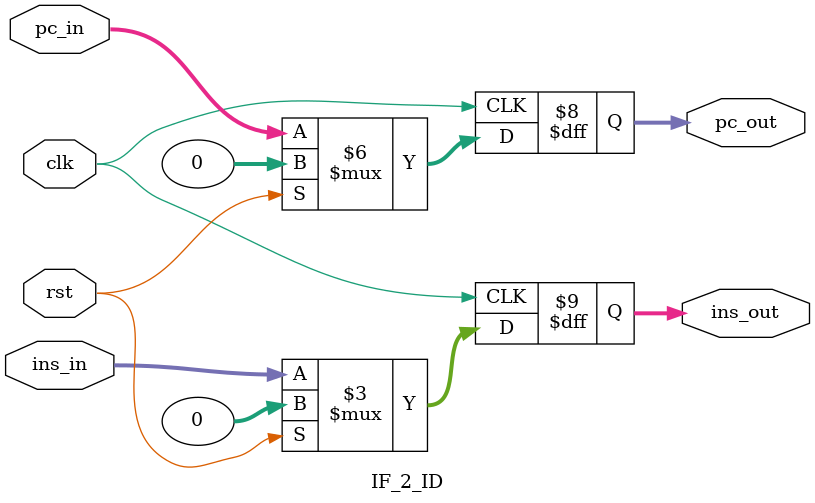
<source format=v>
`timescale 1ns/1ns
module IF_2_ID (clk, rst, pc_in, ins_in, pc_out, ins_out);
    input clk, rst;
    input [31:0] pc_in, ins_in;
    output reg[31:0] pc_out, ins_out;

    always @(posedge clk) begin
        if(rst)
        begin
            pc_out <= 32'b0;
            ins_out <= 32'b0;
        end
        else
        begin
            pc_out <= pc_in;
            ins_out <= ins_in;
        end
    end

endmodule
</source>
